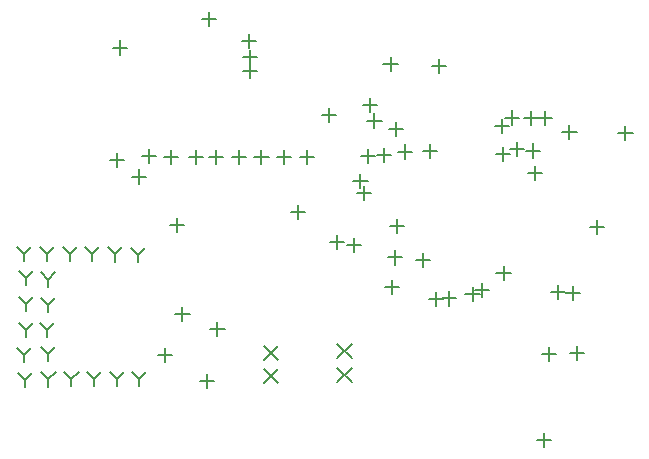
<source format=gbr>
G04 DipTrace 3.2.0.0*
G04 end_effector_Plated_Through.gbr*
%MOMM*%
G04 #@! TF.FileFunction,Plated,1,2,PTH,Drill*
G04 #@! TF.Part,Single*
G04 Drill Symbols*
G04 D=0.4 - Cross*
G04 D=0.7 - X*
G04 D=0.8 - Y*
G04 D=1.1 - T*
G04 D=3 - V*
%ADD10C,0.2*%
%FSLAX35Y35*%
G04*
G71*
G90*
G75*
G01*
X-2276303Y1537947D2*
D10*
X-2156303Y1417947D1*
Y1537947D2*
X-2276303Y1417947D1*
Y1337947D2*
X-2156303Y1217947D1*
Y1337947D2*
X-2276303Y1217947D1*
X-1653567Y1550190D2*
X-1533567Y1430190D1*
Y1550190D2*
X-1653567Y1430190D1*
Y1350190D2*
X-1533567Y1230190D1*
Y1350190D2*
X-1653567Y1230190D1*
X-930290Y2325070D2*
Y2205070D1*
X-990290Y2265070D2*
X-870290D1*
X-1728483Y3548000D2*
Y3428000D1*
X-1788483Y3488000D2*
X-1668483D1*
X-1512990Y2447757D2*
Y2327757D1*
X-1572990Y2387757D2*
X-1452990D1*
X-509930Y2036210D2*
Y1916210D1*
X-569930Y1976210D2*
X-449930D1*
X-430350Y2068507D2*
Y1948507D1*
X-490350Y2008507D2*
X-370350D1*
X-1082510Y3240150D2*
Y3120150D1*
X-1142510Y3180150D2*
X-1022510D1*
X-3011887Y2616927D2*
Y2496927D1*
X-3071887Y2556927D2*
X-2951887D1*
X-1660043Y2475453D2*
Y2355453D1*
X-1720043Y2415453D2*
X-1600043D1*
X-1429227Y2888887D2*
Y2768887D1*
X-1489227Y2828887D2*
X-1369227D1*
X-1166613Y2343997D2*
Y2223997D1*
X-1226613Y2283997D2*
X-1106613D1*
X-1147517Y2609377D2*
Y2489377D1*
X-1207517Y2549377D2*
X-1087517D1*
X98360Y799983D2*
Y679983D1*
X38360Y739983D2*
X158360D1*
X215947Y2051013D2*
Y1931013D1*
X155947Y1991013D2*
X275947D1*
X342177Y2044977D2*
Y1924977D1*
X282177Y1984977D2*
X402177D1*
X-1392703Y3203940D2*
Y3083940D1*
X-1452703Y3143940D2*
X-1332703D1*
X-1458873Y2989143D2*
Y2869143D1*
X-1518873Y2929143D2*
X-1398873D1*
X-3331297Y3029157D2*
Y2909157D1*
X-3391297Y2969157D2*
X-3271297D1*
X-709850Y1996297D2*
Y1876297D1*
X-769850Y1936297D2*
X-649850D1*
X16170Y3058293D2*
Y2938293D1*
X-43830Y2998293D2*
X76170D1*
X-821050Y1994573D2*
Y1874573D1*
X-881050Y1934573D2*
X-761050D1*
X-2669690Y1739417D2*
Y1619417D1*
X-2729690Y1679417D2*
X-2609690D1*
X-2755857Y1300837D2*
Y1180837D1*
X-2815857Y1240837D2*
X-2695857D1*
X-2966020Y1867557D2*
Y1747557D1*
X-3026020Y1807557D2*
X-2906020D1*
X-3113170Y1516183D2*
Y1396183D1*
X-3173170Y1456183D2*
X-3053170D1*
X784933Y3397077D2*
Y3277077D1*
X724933Y3337077D2*
X844933D1*
X310723Y3403010D2*
Y3283010D1*
X250723Y3343010D2*
X370723D1*
X544013Y2599003D2*
Y2479003D1*
X484013Y2539003D2*
X604013D1*
X-2396200Y3922890D2*
Y3802890D1*
X-2456200Y3862890D2*
X-2336200D1*
X-2393257Y4043393D2*
Y3923393D1*
X-2453257Y3983393D2*
X-2333257D1*
X-2399763Y4177387D2*
Y4057387D1*
X-2459763Y4117387D2*
X-2339763D1*
X-1158007Y3434397D2*
Y3314397D1*
X-1218007Y3374397D2*
X-1098007D1*
X-1262700Y3211573D2*
Y3091573D1*
X-1322700Y3151573D2*
X-1202700D1*
X-247560Y2210753D2*
Y2090753D1*
X-307560Y2150753D2*
X-187560D1*
X-1117Y3249040D2*
Y3129040D1*
X-61117Y3189040D2*
X58883D1*
X-2744817Y4363043D2*
Y4243043D1*
X-2804817Y4303043D2*
X-2684817D1*
X-1340360Y3502607D2*
Y3382607D1*
X-1400360Y3442607D2*
X-1280360D1*
X-1375380Y3636297D2*
Y3516297D1*
X-1435380Y3576297D2*
X-1315380D1*
X99513Y3522963D2*
Y3402963D1*
X39513Y3462963D2*
X159513D1*
X-16510Y3521020D2*
Y3401020D1*
X-76510Y3461020D2*
X43490D1*
X-177693Y3528427D2*
Y3408427D1*
X-237693Y3468427D2*
X-117693D1*
X-1203937Y3984273D2*
Y3864273D1*
X-1263937Y3924273D2*
X-1143937D1*
X-793280Y3964967D2*
Y3844967D1*
X-853280Y3904967D2*
X-733280D1*
X-1913877Y3192040D2*
Y3072040D1*
X-1973877Y3132040D2*
X-1853877D1*
X-2107783Y3192100D2*
Y3072100D1*
X-2167783Y3132100D2*
X-2047783D1*
X-2297137Y3193163D2*
Y3073163D1*
X-2357137Y3133163D2*
X-2237137D1*
X-2487613Y3192100D2*
Y3072100D1*
X-2547613Y3132100D2*
X-2427613D1*
X-2681517Y3193563D2*
Y3073563D1*
X-2741517Y3133563D2*
X-2621517D1*
X-2852643Y3191143D2*
Y3071143D1*
X-2912643Y3131143D2*
X-2792643D1*
X-3060657Y3194167D2*
Y3074167D1*
X-3120657Y3134167D2*
X-3000657D1*
X-3248713Y3200817D2*
Y3080817D1*
X-3308713Y3140817D2*
X-3188713D1*
X376520Y1531403D2*
Y1411403D1*
X316520Y1471403D2*
X436520D1*
X-4365437Y2373027D2*
X-4305437Y2313027D1*
X-4245437Y2373027D1*
X-4305437Y2313027D2*
Y2253027D1*
X-4349213Y2170970D2*
X-4289213Y2110970D1*
X-4229213Y2170970D1*
X-4289213Y2110970D2*
Y2050970D1*
X-4351220Y1946287D2*
X-4291220Y1886287D1*
X-4231220Y1946287D1*
X-4291220Y1886287D2*
Y1826287D1*
X-4361543Y1305987D2*
X-4301543Y1245987D1*
X-4241543Y1305987D1*
X-4301543Y1245987D2*
Y1185987D1*
X-4169603Y2373023D2*
X-4109603Y2313023D1*
X-4049603Y2373023D1*
X-4109603Y2313023D2*
Y2253023D1*
X-3974813Y2373287D2*
X-3914813Y2313287D1*
X-3854813Y2373287D1*
X-3914813Y2313287D2*
Y2253287D1*
X-3791103Y2373023D2*
X-3731103Y2313023D1*
X-3671103Y2373023D1*
X-3731103Y2313023D2*
Y2253023D1*
X-3600003Y2369070D2*
X-3540003Y2309070D1*
X-3480003Y2369070D1*
X-3540003Y2309070D2*
Y2249070D1*
X-3404433Y2365117D2*
X-3344433Y2305117D1*
X-3284433Y2365117D1*
X-3344433Y2305117D2*
Y2245117D1*
X-4165653Y2156900D2*
X-4105653Y2096900D1*
X-4045653Y2156900D1*
X-4105653Y2096900D2*
Y2036900D1*
X-4165913Y1942590D2*
X-4105913Y1882590D1*
X-4045913Y1942590D1*
X-4105913Y1882590D2*
Y1822590D1*
X-4160917Y1310980D2*
X-4100917Y1250980D1*
X-4040917Y1310980D1*
X-4100917Y1250980D2*
Y1190980D1*
X-3966127Y1315197D2*
X-3906127Y1255197D1*
X-3846127Y1315197D1*
X-3906127Y1255197D2*
Y1195197D1*
X-3777943Y1314937D2*
X-3717943Y1254937D1*
X-3657943Y1314937D1*
X-3717943Y1254937D2*
Y1194937D1*
X-3578673Y1315197D2*
X-3518673Y1255197D1*
X-3458673Y1315197D1*
X-3518673Y1255197D2*
Y1195197D1*
X-3392307Y1314680D2*
X-3332307Y1254680D1*
X-3272307Y1314680D1*
X-3332307Y1254680D2*
Y1194680D1*
X-4169867Y1732613D2*
X-4109867Y1672613D1*
X-4049867Y1732613D1*
X-4109867Y1672613D2*
Y1612613D1*
X-4351480Y1732613D2*
X-4291480Y1672613D1*
X-4231480Y1732613D1*
X-4291480Y1672613D2*
Y1612613D1*
X-4369917Y1517787D2*
X-4309917Y1457787D1*
X-4249917Y1517787D1*
X-4309917Y1457787D2*
Y1397787D1*
X-4165393Y1526213D2*
X-4105393Y1466213D1*
X-4045393Y1526213D1*
X-4105393Y1466213D2*
Y1406213D1*
X-259910Y3457213D2*
Y3337213D1*
X-319910Y3397213D2*
X-199910D1*
X-131693Y3263650D2*
Y3143650D1*
X-191693Y3203650D2*
X-71693D1*
X-255213Y3221393D2*
Y3101393D1*
X-315213Y3161393D2*
X-195213D1*
X135070Y1526710D2*
Y1406710D1*
X75070Y1466710D2*
X195070D1*
X-1984787Y2726617D2*
Y2606617D1*
X-2044787Y2666617D2*
X-1924787D1*
X-1194043Y2091910D2*
Y1971910D1*
X-1254043Y2031910D2*
X-1134043D1*
X-3492660Y4121337D2*
Y4001337D1*
X-3552660Y4061337D2*
X-3432660D1*
X-3518043Y3170037D2*
Y3050037D1*
X-3578043Y3110037D2*
X-3458043D1*
X-869573Y3246023D2*
Y3126023D1*
X-929573Y3186023D2*
X-809573D1*
M02*

</source>
